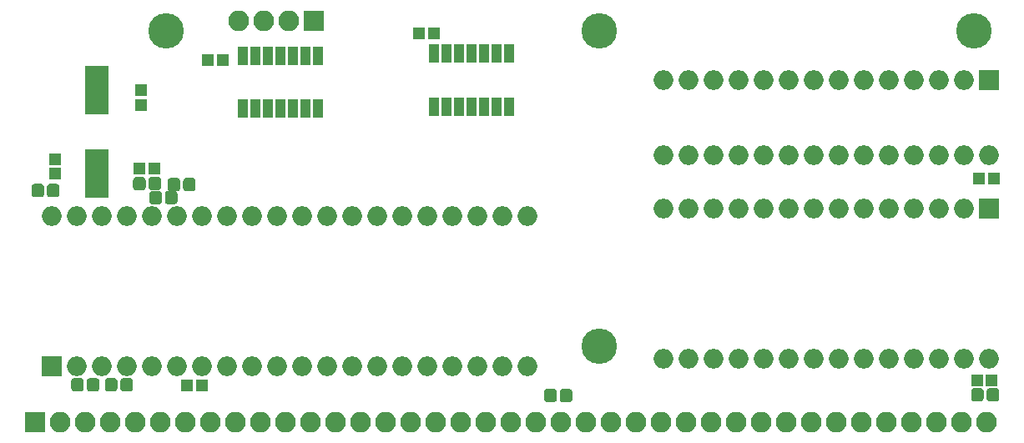
<source format=gbr>
G04 #@! TF.GenerationSoftware,KiCad,Pcbnew,(5.0.0)*
G04 #@! TF.CreationDate,2020-08-03T17:04:06+01:00*
G04 #@! TF.ProjectId,basic-mc6800,62617369632D6D63363830302E6B6963,rev?*
G04 #@! TF.SameCoordinates,Original*
G04 #@! TF.FileFunction,Soldermask,Top*
G04 #@! TF.FilePolarity,Negative*
%FSLAX46Y46*%
G04 Gerber Fmt 4.6, Leading zero omitted, Abs format (unit mm)*
G04 Created by KiCad (PCBNEW (5.0.0)) date 08/03/20 17:04:06*
%MOMM*%
%LPD*%
G01*
G04 APERTURE LIST*
%ADD10O,2.000000X2.000000*%
%ADD11R,2.000000X2.000000*%
%ADD12R,2.100000X2.100000*%
%ADD13O,2.100000X2.100000*%
%ADD14C,0.100000*%
%ADD15C,1.275000*%
%ADD16C,3.600000*%
%ADD17R,2.400000X4.900000*%
%ADD18R,1.200000X1.150000*%
%ADD19R,1.000000X1.900000*%
%ADD20R,1.150000X1.200000*%
G04 APERTURE END LIST*
D10*
G04 #@! TO.C,U4*
X196540000Y-93240000D03*
X163520000Y-78000000D03*
X194000000Y-93240000D03*
X166060000Y-78000000D03*
X191460000Y-93240000D03*
X168600000Y-78000000D03*
X188920000Y-93240000D03*
X171140000Y-78000000D03*
X186380000Y-93240000D03*
X173680000Y-78000000D03*
X183840000Y-93240000D03*
X176220000Y-78000000D03*
X181300000Y-93240000D03*
X178760000Y-78000000D03*
X178760000Y-93240000D03*
X181300000Y-78000000D03*
X176220000Y-93240000D03*
X183840000Y-78000000D03*
X173680000Y-93240000D03*
X186380000Y-78000000D03*
X171140000Y-93240000D03*
X188920000Y-78000000D03*
X168600000Y-93240000D03*
X191460000Y-78000000D03*
X166060000Y-93240000D03*
X194000000Y-78000000D03*
X163520000Y-93240000D03*
D11*
X196540000Y-78000000D03*
G04 #@! TD*
D12*
G04 #@! TO.C,J1*
X99700000Y-99700000D03*
D13*
X102240000Y-99700000D03*
X104780000Y-99700000D03*
X107320000Y-99700000D03*
X109860000Y-99700000D03*
X112400000Y-99700000D03*
X114940000Y-99700000D03*
X117480000Y-99700000D03*
X120020000Y-99700000D03*
X122560000Y-99700000D03*
X125100000Y-99700000D03*
X127640000Y-99700000D03*
X130180000Y-99700000D03*
X132720000Y-99700000D03*
X135260000Y-99700000D03*
X137800000Y-99700000D03*
X140340000Y-99700000D03*
X142880000Y-99700000D03*
X145420000Y-99700000D03*
X147960000Y-99700000D03*
X150500000Y-99700000D03*
X153040000Y-99700000D03*
X155580000Y-99700000D03*
X158120000Y-99700000D03*
X160660000Y-99700000D03*
X163200000Y-99700000D03*
X165740000Y-99700000D03*
X168280000Y-99700000D03*
X170820000Y-99700000D03*
X173360000Y-99700000D03*
X175900000Y-99700000D03*
X178440000Y-99700000D03*
X180980000Y-99700000D03*
X183520000Y-99700000D03*
X186060000Y-99700000D03*
X188600000Y-99700000D03*
X191140000Y-99700000D03*
X193680000Y-99700000D03*
X196220000Y-99700000D03*
G04 #@! TD*
D12*
G04 #@! TO.C,J2*
X128000000Y-59000000D03*
D13*
X125460000Y-59000000D03*
X122920000Y-59000000D03*
X120380000Y-59000000D03*
G04 #@! TD*
D14*
G04 #@! TO.C,R5*
G36*
X115742293Y-74916935D02*
X115773235Y-74921525D01*
X115803578Y-74929125D01*
X115833030Y-74939663D01*
X115861308Y-74953038D01*
X115888138Y-74969119D01*
X115913263Y-74987753D01*
X115936440Y-75008760D01*
X115957447Y-75031937D01*
X115976081Y-75057062D01*
X115992162Y-75083892D01*
X116005537Y-75112170D01*
X116016075Y-75141622D01*
X116023675Y-75171965D01*
X116028265Y-75202907D01*
X116029800Y-75234150D01*
X116029800Y-75946650D01*
X116028265Y-75977893D01*
X116023675Y-76008835D01*
X116016075Y-76039178D01*
X116005537Y-76068630D01*
X115992162Y-76096908D01*
X115976081Y-76123738D01*
X115957447Y-76148863D01*
X115936440Y-76172040D01*
X115913263Y-76193047D01*
X115888138Y-76211681D01*
X115861308Y-76227762D01*
X115833030Y-76241137D01*
X115803578Y-76251675D01*
X115773235Y-76259275D01*
X115742293Y-76263865D01*
X115711050Y-76265400D01*
X115073550Y-76265400D01*
X115042307Y-76263865D01*
X115011365Y-76259275D01*
X114981022Y-76251675D01*
X114951570Y-76241137D01*
X114923292Y-76227762D01*
X114896462Y-76211681D01*
X114871337Y-76193047D01*
X114848160Y-76172040D01*
X114827153Y-76148863D01*
X114808519Y-76123738D01*
X114792438Y-76096908D01*
X114779063Y-76068630D01*
X114768525Y-76039178D01*
X114760925Y-76008835D01*
X114756335Y-75977893D01*
X114754800Y-75946650D01*
X114754800Y-75234150D01*
X114756335Y-75202907D01*
X114760925Y-75171965D01*
X114768525Y-75141622D01*
X114779063Y-75112170D01*
X114792438Y-75083892D01*
X114808519Y-75057062D01*
X114827153Y-75031937D01*
X114848160Y-75008760D01*
X114871337Y-74987753D01*
X114896462Y-74969119D01*
X114923292Y-74953038D01*
X114951570Y-74939663D01*
X114981022Y-74929125D01*
X115011365Y-74921525D01*
X115042307Y-74916935D01*
X115073550Y-74915400D01*
X115711050Y-74915400D01*
X115742293Y-74916935D01*
X115742293Y-74916935D01*
G37*
D15*
X115392300Y-75590400D03*
D14*
G36*
X114167293Y-74916935D02*
X114198235Y-74921525D01*
X114228578Y-74929125D01*
X114258030Y-74939663D01*
X114286308Y-74953038D01*
X114313138Y-74969119D01*
X114338263Y-74987753D01*
X114361440Y-75008760D01*
X114382447Y-75031937D01*
X114401081Y-75057062D01*
X114417162Y-75083892D01*
X114430537Y-75112170D01*
X114441075Y-75141622D01*
X114448675Y-75171965D01*
X114453265Y-75202907D01*
X114454800Y-75234150D01*
X114454800Y-75946650D01*
X114453265Y-75977893D01*
X114448675Y-76008835D01*
X114441075Y-76039178D01*
X114430537Y-76068630D01*
X114417162Y-76096908D01*
X114401081Y-76123738D01*
X114382447Y-76148863D01*
X114361440Y-76172040D01*
X114338263Y-76193047D01*
X114313138Y-76211681D01*
X114286308Y-76227762D01*
X114258030Y-76241137D01*
X114228578Y-76251675D01*
X114198235Y-76259275D01*
X114167293Y-76263865D01*
X114136050Y-76265400D01*
X113498550Y-76265400D01*
X113467307Y-76263865D01*
X113436365Y-76259275D01*
X113406022Y-76251675D01*
X113376570Y-76241137D01*
X113348292Y-76227762D01*
X113321462Y-76211681D01*
X113296337Y-76193047D01*
X113273160Y-76172040D01*
X113252153Y-76148863D01*
X113233519Y-76123738D01*
X113217438Y-76096908D01*
X113204063Y-76068630D01*
X113193525Y-76039178D01*
X113185925Y-76008835D01*
X113181335Y-75977893D01*
X113179800Y-75946650D01*
X113179800Y-75234150D01*
X113181335Y-75202907D01*
X113185925Y-75171965D01*
X113193525Y-75141622D01*
X113204063Y-75112170D01*
X113217438Y-75083892D01*
X113233519Y-75057062D01*
X113252153Y-75031937D01*
X113273160Y-75008760D01*
X113296337Y-74987753D01*
X113321462Y-74969119D01*
X113348292Y-74953038D01*
X113376570Y-74939663D01*
X113406022Y-74929125D01*
X113436365Y-74921525D01*
X113467307Y-74916935D01*
X113498550Y-74915400D01*
X114136050Y-74915400D01*
X114167293Y-74916935D01*
X114167293Y-74916935D01*
G37*
D15*
X113817300Y-75590400D03*
G04 #@! TD*
D14*
G04 #@! TO.C,R8*
G36*
X197250793Y-96252935D02*
X197281735Y-96257525D01*
X197312078Y-96265125D01*
X197341530Y-96275663D01*
X197369808Y-96289038D01*
X197396638Y-96305119D01*
X197421763Y-96323753D01*
X197444940Y-96344760D01*
X197465947Y-96367937D01*
X197484581Y-96393062D01*
X197500662Y-96419892D01*
X197514037Y-96448170D01*
X197524575Y-96477622D01*
X197532175Y-96507965D01*
X197536765Y-96538907D01*
X197538300Y-96570150D01*
X197538300Y-97282650D01*
X197536765Y-97313893D01*
X197532175Y-97344835D01*
X197524575Y-97375178D01*
X197514037Y-97404630D01*
X197500662Y-97432908D01*
X197484581Y-97459738D01*
X197465947Y-97484863D01*
X197444940Y-97508040D01*
X197421763Y-97529047D01*
X197396638Y-97547681D01*
X197369808Y-97563762D01*
X197341530Y-97577137D01*
X197312078Y-97587675D01*
X197281735Y-97595275D01*
X197250793Y-97599865D01*
X197219550Y-97601400D01*
X196582050Y-97601400D01*
X196550807Y-97599865D01*
X196519865Y-97595275D01*
X196489522Y-97587675D01*
X196460070Y-97577137D01*
X196431792Y-97563762D01*
X196404962Y-97547681D01*
X196379837Y-97529047D01*
X196356660Y-97508040D01*
X196335653Y-97484863D01*
X196317019Y-97459738D01*
X196300938Y-97432908D01*
X196287563Y-97404630D01*
X196277025Y-97375178D01*
X196269425Y-97344835D01*
X196264835Y-97313893D01*
X196263300Y-97282650D01*
X196263300Y-96570150D01*
X196264835Y-96538907D01*
X196269425Y-96507965D01*
X196277025Y-96477622D01*
X196287563Y-96448170D01*
X196300938Y-96419892D01*
X196317019Y-96393062D01*
X196335653Y-96367937D01*
X196356660Y-96344760D01*
X196379837Y-96323753D01*
X196404962Y-96305119D01*
X196431792Y-96289038D01*
X196460070Y-96275663D01*
X196489522Y-96265125D01*
X196519865Y-96257525D01*
X196550807Y-96252935D01*
X196582050Y-96251400D01*
X197219550Y-96251400D01*
X197250793Y-96252935D01*
X197250793Y-96252935D01*
G37*
D15*
X196900800Y-96926400D03*
D14*
G36*
X195675793Y-96252935D02*
X195706735Y-96257525D01*
X195737078Y-96265125D01*
X195766530Y-96275663D01*
X195794808Y-96289038D01*
X195821638Y-96305119D01*
X195846763Y-96323753D01*
X195869940Y-96344760D01*
X195890947Y-96367937D01*
X195909581Y-96393062D01*
X195925662Y-96419892D01*
X195939037Y-96448170D01*
X195949575Y-96477622D01*
X195957175Y-96507965D01*
X195961765Y-96538907D01*
X195963300Y-96570150D01*
X195963300Y-97282650D01*
X195961765Y-97313893D01*
X195957175Y-97344835D01*
X195949575Y-97375178D01*
X195939037Y-97404630D01*
X195925662Y-97432908D01*
X195909581Y-97459738D01*
X195890947Y-97484863D01*
X195869940Y-97508040D01*
X195846763Y-97529047D01*
X195821638Y-97547681D01*
X195794808Y-97563762D01*
X195766530Y-97577137D01*
X195737078Y-97587675D01*
X195706735Y-97595275D01*
X195675793Y-97599865D01*
X195644550Y-97601400D01*
X195007050Y-97601400D01*
X194975807Y-97599865D01*
X194944865Y-97595275D01*
X194914522Y-97587675D01*
X194885070Y-97577137D01*
X194856792Y-97563762D01*
X194829962Y-97547681D01*
X194804837Y-97529047D01*
X194781660Y-97508040D01*
X194760653Y-97484863D01*
X194742019Y-97459738D01*
X194725938Y-97432908D01*
X194712563Y-97404630D01*
X194702025Y-97375178D01*
X194694425Y-97344835D01*
X194689835Y-97313893D01*
X194688300Y-97282650D01*
X194688300Y-96570150D01*
X194689835Y-96538907D01*
X194694425Y-96507965D01*
X194702025Y-96477622D01*
X194712563Y-96448170D01*
X194725938Y-96419892D01*
X194742019Y-96393062D01*
X194760653Y-96367937D01*
X194781660Y-96344760D01*
X194804837Y-96323753D01*
X194829962Y-96305119D01*
X194856792Y-96289038D01*
X194885070Y-96275663D01*
X194914522Y-96265125D01*
X194944865Y-96257525D01*
X194975807Y-96252935D01*
X195007050Y-96251400D01*
X195644550Y-96251400D01*
X195675793Y-96252935D01*
X195675793Y-96252935D01*
G37*
D15*
X195325800Y-96926400D03*
G04 #@! TD*
D14*
G04 #@! TO.C,R7*
G36*
X112313193Y-76237735D02*
X112344135Y-76242325D01*
X112374478Y-76249925D01*
X112403930Y-76260463D01*
X112432208Y-76273838D01*
X112459038Y-76289919D01*
X112484163Y-76308553D01*
X112507340Y-76329560D01*
X112528347Y-76352737D01*
X112546981Y-76377862D01*
X112563062Y-76404692D01*
X112576437Y-76432970D01*
X112586975Y-76462422D01*
X112594575Y-76492765D01*
X112599165Y-76523707D01*
X112600700Y-76554950D01*
X112600700Y-77267450D01*
X112599165Y-77298693D01*
X112594575Y-77329635D01*
X112586975Y-77359978D01*
X112576437Y-77389430D01*
X112563062Y-77417708D01*
X112546981Y-77444538D01*
X112528347Y-77469663D01*
X112507340Y-77492840D01*
X112484163Y-77513847D01*
X112459038Y-77532481D01*
X112432208Y-77548562D01*
X112403930Y-77561937D01*
X112374478Y-77572475D01*
X112344135Y-77580075D01*
X112313193Y-77584665D01*
X112281950Y-77586200D01*
X111644450Y-77586200D01*
X111613207Y-77584665D01*
X111582265Y-77580075D01*
X111551922Y-77572475D01*
X111522470Y-77561937D01*
X111494192Y-77548562D01*
X111467362Y-77532481D01*
X111442237Y-77513847D01*
X111419060Y-77492840D01*
X111398053Y-77469663D01*
X111379419Y-77444538D01*
X111363338Y-77417708D01*
X111349963Y-77389430D01*
X111339425Y-77359978D01*
X111331825Y-77329635D01*
X111327235Y-77298693D01*
X111325700Y-77267450D01*
X111325700Y-76554950D01*
X111327235Y-76523707D01*
X111331825Y-76492765D01*
X111339425Y-76462422D01*
X111349963Y-76432970D01*
X111363338Y-76404692D01*
X111379419Y-76377862D01*
X111398053Y-76352737D01*
X111419060Y-76329560D01*
X111442237Y-76308553D01*
X111467362Y-76289919D01*
X111494192Y-76273838D01*
X111522470Y-76260463D01*
X111551922Y-76249925D01*
X111582265Y-76242325D01*
X111613207Y-76237735D01*
X111644450Y-76236200D01*
X112281950Y-76236200D01*
X112313193Y-76237735D01*
X112313193Y-76237735D01*
G37*
D15*
X111963200Y-76911200D03*
D14*
G36*
X113888193Y-76237735D02*
X113919135Y-76242325D01*
X113949478Y-76249925D01*
X113978930Y-76260463D01*
X114007208Y-76273838D01*
X114034038Y-76289919D01*
X114059163Y-76308553D01*
X114082340Y-76329560D01*
X114103347Y-76352737D01*
X114121981Y-76377862D01*
X114138062Y-76404692D01*
X114151437Y-76432970D01*
X114161975Y-76462422D01*
X114169575Y-76492765D01*
X114174165Y-76523707D01*
X114175700Y-76554950D01*
X114175700Y-77267450D01*
X114174165Y-77298693D01*
X114169575Y-77329635D01*
X114161975Y-77359978D01*
X114151437Y-77389430D01*
X114138062Y-77417708D01*
X114121981Y-77444538D01*
X114103347Y-77469663D01*
X114082340Y-77492840D01*
X114059163Y-77513847D01*
X114034038Y-77532481D01*
X114007208Y-77548562D01*
X113978930Y-77561937D01*
X113949478Y-77572475D01*
X113919135Y-77580075D01*
X113888193Y-77584665D01*
X113856950Y-77586200D01*
X113219450Y-77586200D01*
X113188207Y-77584665D01*
X113157265Y-77580075D01*
X113126922Y-77572475D01*
X113097470Y-77561937D01*
X113069192Y-77548562D01*
X113042362Y-77532481D01*
X113017237Y-77513847D01*
X112994060Y-77492840D01*
X112973053Y-77469663D01*
X112954419Y-77444538D01*
X112938338Y-77417708D01*
X112924963Y-77389430D01*
X112914425Y-77359978D01*
X112906825Y-77329635D01*
X112902235Y-77298693D01*
X112900700Y-77267450D01*
X112900700Y-76554950D01*
X112902235Y-76523707D01*
X112906825Y-76492765D01*
X112914425Y-76462422D01*
X112924963Y-76432970D01*
X112938338Y-76404692D01*
X112954419Y-76377862D01*
X112973053Y-76352737D01*
X112994060Y-76329560D01*
X113017237Y-76308553D01*
X113042362Y-76289919D01*
X113069192Y-76273838D01*
X113097470Y-76260463D01*
X113126922Y-76249925D01*
X113157265Y-76242325D01*
X113188207Y-76237735D01*
X113219450Y-76236200D01*
X113856950Y-76236200D01*
X113888193Y-76237735D01*
X113888193Y-76237735D01*
G37*
D15*
X113538200Y-76911200D03*
G04 #@! TD*
D14*
G04 #@! TO.C,R6*
G36*
X100362493Y-75526535D02*
X100393435Y-75531125D01*
X100423778Y-75538725D01*
X100453230Y-75549263D01*
X100481508Y-75562638D01*
X100508338Y-75578719D01*
X100533463Y-75597353D01*
X100556640Y-75618360D01*
X100577647Y-75641537D01*
X100596281Y-75666662D01*
X100612362Y-75693492D01*
X100625737Y-75721770D01*
X100636275Y-75751222D01*
X100643875Y-75781565D01*
X100648465Y-75812507D01*
X100650000Y-75843750D01*
X100650000Y-76556250D01*
X100648465Y-76587493D01*
X100643875Y-76618435D01*
X100636275Y-76648778D01*
X100625737Y-76678230D01*
X100612362Y-76706508D01*
X100596281Y-76733338D01*
X100577647Y-76758463D01*
X100556640Y-76781640D01*
X100533463Y-76802647D01*
X100508338Y-76821281D01*
X100481508Y-76837362D01*
X100453230Y-76850737D01*
X100423778Y-76861275D01*
X100393435Y-76868875D01*
X100362493Y-76873465D01*
X100331250Y-76875000D01*
X99693750Y-76875000D01*
X99662507Y-76873465D01*
X99631565Y-76868875D01*
X99601222Y-76861275D01*
X99571770Y-76850737D01*
X99543492Y-76837362D01*
X99516662Y-76821281D01*
X99491537Y-76802647D01*
X99468360Y-76781640D01*
X99447353Y-76758463D01*
X99428719Y-76733338D01*
X99412638Y-76706508D01*
X99399263Y-76678230D01*
X99388725Y-76648778D01*
X99381125Y-76618435D01*
X99376535Y-76587493D01*
X99375000Y-76556250D01*
X99375000Y-75843750D01*
X99376535Y-75812507D01*
X99381125Y-75781565D01*
X99388725Y-75751222D01*
X99399263Y-75721770D01*
X99412638Y-75693492D01*
X99428719Y-75666662D01*
X99447353Y-75641537D01*
X99468360Y-75618360D01*
X99491537Y-75597353D01*
X99516662Y-75578719D01*
X99543492Y-75562638D01*
X99571770Y-75549263D01*
X99601222Y-75538725D01*
X99631565Y-75531125D01*
X99662507Y-75526535D01*
X99693750Y-75525000D01*
X100331250Y-75525000D01*
X100362493Y-75526535D01*
X100362493Y-75526535D01*
G37*
D15*
X100012500Y-76200000D03*
D14*
G36*
X101937493Y-75526535D02*
X101968435Y-75531125D01*
X101998778Y-75538725D01*
X102028230Y-75549263D01*
X102056508Y-75562638D01*
X102083338Y-75578719D01*
X102108463Y-75597353D01*
X102131640Y-75618360D01*
X102152647Y-75641537D01*
X102171281Y-75666662D01*
X102187362Y-75693492D01*
X102200737Y-75721770D01*
X102211275Y-75751222D01*
X102218875Y-75781565D01*
X102223465Y-75812507D01*
X102225000Y-75843750D01*
X102225000Y-76556250D01*
X102223465Y-76587493D01*
X102218875Y-76618435D01*
X102211275Y-76648778D01*
X102200737Y-76678230D01*
X102187362Y-76706508D01*
X102171281Y-76733338D01*
X102152647Y-76758463D01*
X102131640Y-76781640D01*
X102108463Y-76802647D01*
X102083338Y-76821281D01*
X102056508Y-76837362D01*
X102028230Y-76850737D01*
X101998778Y-76861275D01*
X101968435Y-76868875D01*
X101937493Y-76873465D01*
X101906250Y-76875000D01*
X101268750Y-76875000D01*
X101237507Y-76873465D01*
X101206565Y-76868875D01*
X101176222Y-76861275D01*
X101146770Y-76850737D01*
X101118492Y-76837362D01*
X101091662Y-76821281D01*
X101066537Y-76802647D01*
X101043360Y-76781640D01*
X101022353Y-76758463D01*
X101003719Y-76733338D01*
X100987638Y-76706508D01*
X100974263Y-76678230D01*
X100963725Y-76648778D01*
X100956125Y-76618435D01*
X100951535Y-76587493D01*
X100950000Y-76556250D01*
X100950000Y-75843750D01*
X100951535Y-75812507D01*
X100956125Y-75781565D01*
X100963725Y-75751222D01*
X100974263Y-75721770D01*
X100987638Y-75693492D01*
X101003719Y-75666662D01*
X101022353Y-75641537D01*
X101043360Y-75618360D01*
X101066537Y-75597353D01*
X101091662Y-75578719D01*
X101118492Y-75562638D01*
X101146770Y-75549263D01*
X101176222Y-75538725D01*
X101206565Y-75531125D01*
X101237507Y-75526535D01*
X101268750Y-75525000D01*
X101906250Y-75525000D01*
X101937493Y-75526535D01*
X101937493Y-75526535D01*
G37*
D15*
X101587500Y-76200000D03*
G04 #@! TD*
D16*
G04 #@! TO.C,MH4*
X113000000Y-60000000D03*
G04 #@! TD*
G04 #@! TO.C,MH3*
X195000000Y-60000000D03*
G04 #@! TD*
G04 #@! TO.C,MH2*
X157000000Y-60000000D03*
G04 #@! TD*
G04 #@! TO.C,MH1*
X157000000Y-92000000D03*
G04 #@! TD*
D17*
G04 #@! TO.C,Y1*
X106000000Y-74500000D03*
X106000000Y-66000000D03*
G04 #@! TD*
D18*
G04 #@! TO.C,C8*
X138708000Y-60248800D03*
X140208000Y-60248800D03*
G04 #@! TD*
G04 #@! TO.C,C9*
X118750000Y-63000000D03*
X117250000Y-63000000D03*
G04 #@! TD*
D19*
G04 #@! TO.C,U1*
X140190000Y-67700000D03*
X141460000Y-67700000D03*
X142730000Y-67700000D03*
X144000000Y-67700000D03*
X145270000Y-67700000D03*
X146540000Y-67700000D03*
X147810000Y-67700000D03*
X147810000Y-62300000D03*
X146540000Y-62300000D03*
X145270000Y-62300000D03*
X144000000Y-62300000D03*
X142730000Y-62300000D03*
X141460000Y-62300000D03*
X140190000Y-62300000D03*
G04 #@! TD*
G04 #@! TO.C,U5*
X120790000Y-62500000D03*
X122060000Y-62500000D03*
X123330000Y-62500000D03*
X124600000Y-62500000D03*
X125870000Y-62500000D03*
X127140000Y-62500000D03*
X128410000Y-62500000D03*
X128410000Y-67900000D03*
X127140000Y-67900000D03*
X125870000Y-67900000D03*
X124600000Y-67900000D03*
X123330000Y-67900000D03*
X122060000Y-67900000D03*
X120790000Y-67900000D03*
G04 #@! TD*
D11*
G04 #@! TO.C,U2*
X101440000Y-94000000D03*
D10*
X149700000Y-78760000D03*
X103980000Y-94000000D03*
X147160000Y-78760000D03*
X106520000Y-94000000D03*
X144620000Y-78760000D03*
X109060000Y-94000000D03*
X142080000Y-78760000D03*
X111600000Y-94000000D03*
X139540000Y-78760000D03*
X114140000Y-94000000D03*
X137000000Y-78760000D03*
X116680000Y-94000000D03*
X134460000Y-78760000D03*
X119220000Y-94000000D03*
X131920000Y-78760000D03*
X121760000Y-94000000D03*
X129380000Y-78760000D03*
X124300000Y-94000000D03*
X126840000Y-78760000D03*
X126840000Y-94000000D03*
X124300000Y-78760000D03*
X129380000Y-94000000D03*
X121760000Y-78760000D03*
X131920000Y-94000000D03*
X119220000Y-78760000D03*
X134460000Y-94000000D03*
X116680000Y-78760000D03*
X137000000Y-94000000D03*
X114140000Y-78760000D03*
X139540000Y-94000000D03*
X111600000Y-78760000D03*
X142080000Y-94000000D03*
X109060000Y-78760000D03*
X144620000Y-94000000D03*
X106520000Y-78760000D03*
X147160000Y-94000000D03*
X103980000Y-78760000D03*
X149700000Y-94000000D03*
X101440000Y-78760000D03*
G04 #@! TD*
D20*
G04 #@! TO.C,C2*
X101800000Y-73000000D03*
X101800000Y-74500000D03*
G04 #@! TD*
G04 #@! TO.C,C3*
X110500000Y-66000000D03*
X110500000Y-67500000D03*
G04 #@! TD*
D18*
G04 #@! TO.C,C5*
X115175600Y-96012000D03*
X116675600Y-96012000D03*
G04 #@! TD*
G04 #@! TO.C,C6*
X195500000Y-75000000D03*
X197000000Y-75000000D03*
G04 #@! TD*
G04 #@! TO.C,C7*
X196800000Y-95500000D03*
X195300000Y-95500000D03*
G04 #@! TD*
D14*
G04 #@! TO.C,R1*
G36*
X110662493Y-74826535D02*
X110693435Y-74831125D01*
X110723778Y-74838725D01*
X110753230Y-74849263D01*
X110781508Y-74862638D01*
X110808338Y-74878719D01*
X110833463Y-74897353D01*
X110856640Y-74918360D01*
X110877647Y-74941537D01*
X110896281Y-74966662D01*
X110912362Y-74993492D01*
X110925737Y-75021770D01*
X110936275Y-75051222D01*
X110943875Y-75081565D01*
X110948465Y-75112507D01*
X110950000Y-75143750D01*
X110950000Y-75856250D01*
X110948465Y-75887493D01*
X110943875Y-75918435D01*
X110936275Y-75948778D01*
X110925737Y-75978230D01*
X110912362Y-76006508D01*
X110896281Y-76033338D01*
X110877647Y-76058463D01*
X110856640Y-76081640D01*
X110833463Y-76102647D01*
X110808338Y-76121281D01*
X110781508Y-76137362D01*
X110753230Y-76150737D01*
X110723778Y-76161275D01*
X110693435Y-76168875D01*
X110662493Y-76173465D01*
X110631250Y-76175000D01*
X109993750Y-76175000D01*
X109962507Y-76173465D01*
X109931565Y-76168875D01*
X109901222Y-76161275D01*
X109871770Y-76150737D01*
X109843492Y-76137362D01*
X109816662Y-76121281D01*
X109791537Y-76102647D01*
X109768360Y-76081640D01*
X109747353Y-76058463D01*
X109728719Y-76033338D01*
X109712638Y-76006508D01*
X109699263Y-75978230D01*
X109688725Y-75948778D01*
X109681125Y-75918435D01*
X109676535Y-75887493D01*
X109675000Y-75856250D01*
X109675000Y-75143750D01*
X109676535Y-75112507D01*
X109681125Y-75081565D01*
X109688725Y-75051222D01*
X109699263Y-75021770D01*
X109712638Y-74993492D01*
X109728719Y-74966662D01*
X109747353Y-74941537D01*
X109768360Y-74918360D01*
X109791537Y-74897353D01*
X109816662Y-74878719D01*
X109843492Y-74862638D01*
X109871770Y-74849263D01*
X109901222Y-74838725D01*
X109931565Y-74831125D01*
X109962507Y-74826535D01*
X109993750Y-74825000D01*
X110631250Y-74825000D01*
X110662493Y-74826535D01*
X110662493Y-74826535D01*
G37*
D15*
X110312500Y-75500000D03*
D14*
G36*
X112237493Y-74826535D02*
X112268435Y-74831125D01*
X112298778Y-74838725D01*
X112328230Y-74849263D01*
X112356508Y-74862638D01*
X112383338Y-74878719D01*
X112408463Y-74897353D01*
X112431640Y-74918360D01*
X112452647Y-74941537D01*
X112471281Y-74966662D01*
X112487362Y-74993492D01*
X112500737Y-75021770D01*
X112511275Y-75051222D01*
X112518875Y-75081565D01*
X112523465Y-75112507D01*
X112525000Y-75143750D01*
X112525000Y-75856250D01*
X112523465Y-75887493D01*
X112518875Y-75918435D01*
X112511275Y-75948778D01*
X112500737Y-75978230D01*
X112487362Y-76006508D01*
X112471281Y-76033338D01*
X112452647Y-76058463D01*
X112431640Y-76081640D01*
X112408463Y-76102647D01*
X112383338Y-76121281D01*
X112356508Y-76137362D01*
X112328230Y-76150737D01*
X112298778Y-76161275D01*
X112268435Y-76168875D01*
X112237493Y-76173465D01*
X112206250Y-76175000D01*
X111568750Y-76175000D01*
X111537507Y-76173465D01*
X111506565Y-76168875D01*
X111476222Y-76161275D01*
X111446770Y-76150737D01*
X111418492Y-76137362D01*
X111391662Y-76121281D01*
X111366537Y-76102647D01*
X111343360Y-76081640D01*
X111322353Y-76058463D01*
X111303719Y-76033338D01*
X111287638Y-76006508D01*
X111274263Y-75978230D01*
X111263725Y-75948778D01*
X111256125Y-75918435D01*
X111251535Y-75887493D01*
X111250000Y-75856250D01*
X111250000Y-75143750D01*
X111251535Y-75112507D01*
X111256125Y-75081565D01*
X111263725Y-75051222D01*
X111274263Y-75021770D01*
X111287638Y-74993492D01*
X111303719Y-74966662D01*
X111322353Y-74941537D01*
X111343360Y-74918360D01*
X111366537Y-74897353D01*
X111391662Y-74878719D01*
X111418492Y-74862638D01*
X111446770Y-74849263D01*
X111476222Y-74838725D01*
X111506565Y-74831125D01*
X111537507Y-74826535D01*
X111568750Y-74825000D01*
X112206250Y-74825000D01*
X112237493Y-74826535D01*
X112237493Y-74826535D01*
G37*
D15*
X111887500Y-75500000D03*
G04 #@! TD*
D14*
G04 #@! TO.C,R2*
G36*
X152374993Y-96326535D02*
X152405935Y-96331125D01*
X152436278Y-96338725D01*
X152465730Y-96349263D01*
X152494008Y-96362638D01*
X152520838Y-96378719D01*
X152545963Y-96397353D01*
X152569140Y-96418360D01*
X152590147Y-96441537D01*
X152608781Y-96466662D01*
X152624862Y-96493492D01*
X152638237Y-96521770D01*
X152648775Y-96551222D01*
X152656375Y-96581565D01*
X152660965Y-96612507D01*
X152662500Y-96643750D01*
X152662500Y-97356250D01*
X152660965Y-97387493D01*
X152656375Y-97418435D01*
X152648775Y-97448778D01*
X152638237Y-97478230D01*
X152624862Y-97506508D01*
X152608781Y-97533338D01*
X152590147Y-97558463D01*
X152569140Y-97581640D01*
X152545963Y-97602647D01*
X152520838Y-97621281D01*
X152494008Y-97637362D01*
X152465730Y-97650737D01*
X152436278Y-97661275D01*
X152405935Y-97668875D01*
X152374993Y-97673465D01*
X152343750Y-97675000D01*
X151706250Y-97675000D01*
X151675007Y-97673465D01*
X151644065Y-97668875D01*
X151613722Y-97661275D01*
X151584270Y-97650737D01*
X151555992Y-97637362D01*
X151529162Y-97621281D01*
X151504037Y-97602647D01*
X151480860Y-97581640D01*
X151459853Y-97558463D01*
X151441219Y-97533338D01*
X151425138Y-97506508D01*
X151411763Y-97478230D01*
X151401225Y-97448778D01*
X151393625Y-97418435D01*
X151389035Y-97387493D01*
X151387500Y-97356250D01*
X151387500Y-96643750D01*
X151389035Y-96612507D01*
X151393625Y-96581565D01*
X151401225Y-96551222D01*
X151411763Y-96521770D01*
X151425138Y-96493492D01*
X151441219Y-96466662D01*
X151459853Y-96441537D01*
X151480860Y-96418360D01*
X151504037Y-96397353D01*
X151529162Y-96378719D01*
X151555992Y-96362638D01*
X151584270Y-96349263D01*
X151613722Y-96338725D01*
X151644065Y-96331125D01*
X151675007Y-96326535D01*
X151706250Y-96325000D01*
X152343750Y-96325000D01*
X152374993Y-96326535D01*
X152374993Y-96326535D01*
G37*
D15*
X152025000Y-97000000D03*
D14*
G36*
X153949993Y-96326535D02*
X153980935Y-96331125D01*
X154011278Y-96338725D01*
X154040730Y-96349263D01*
X154069008Y-96362638D01*
X154095838Y-96378719D01*
X154120963Y-96397353D01*
X154144140Y-96418360D01*
X154165147Y-96441537D01*
X154183781Y-96466662D01*
X154199862Y-96493492D01*
X154213237Y-96521770D01*
X154223775Y-96551222D01*
X154231375Y-96581565D01*
X154235965Y-96612507D01*
X154237500Y-96643750D01*
X154237500Y-97356250D01*
X154235965Y-97387493D01*
X154231375Y-97418435D01*
X154223775Y-97448778D01*
X154213237Y-97478230D01*
X154199862Y-97506508D01*
X154183781Y-97533338D01*
X154165147Y-97558463D01*
X154144140Y-97581640D01*
X154120963Y-97602647D01*
X154095838Y-97621281D01*
X154069008Y-97637362D01*
X154040730Y-97650737D01*
X154011278Y-97661275D01*
X153980935Y-97668875D01*
X153949993Y-97673465D01*
X153918750Y-97675000D01*
X153281250Y-97675000D01*
X153250007Y-97673465D01*
X153219065Y-97668875D01*
X153188722Y-97661275D01*
X153159270Y-97650737D01*
X153130992Y-97637362D01*
X153104162Y-97621281D01*
X153079037Y-97602647D01*
X153055860Y-97581640D01*
X153034853Y-97558463D01*
X153016219Y-97533338D01*
X153000138Y-97506508D01*
X152986763Y-97478230D01*
X152976225Y-97448778D01*
X152968625Y-97418435D01*
X152964035Y-97387493D01*
X152962500Y-97356250D01*
X152962500Y-96643750D01*
X152964035Y-96612507D01*
X152968625Y-96581565D01*
X152976225Y-96551222D01*
X152986763Y-96521770D01*
X153000138Y-96493492D01*
X153016219Y-96466662D01*
X153034853Y-96441537D01*
X153055860Y-96418360D01*
X153079037Y-96397353D01*
X153104162Y-96378719D01*
X153130992Y-96362638D01*
X153159270Y-96349263D01*
X153188722Y-96338725D01*
X153219065Y-96331125D01*
X153250007Y-96326535D01*
X153281250Y-96325000D01*
X153918750Y-96325000D01*
X153949993Y-96326535D01*
X153949993Y-96326535D01*
G37*
D15*
X153600000Y-97000000D03*
G04 #@! TD*
D14*
G04 #@! TO.C,R3*
G36*
X105963393Y-95236935D02*
X105994335Y-95241525D01*
X106024678Y-95249125D01*
X106054130Y-95259663D01*
X106082408Y-95273038D01*
X106109238Y-95289119D01*
X106134363Y-95307753D01*
X106157540Y-95328760D01*
X106178547Y-95351937D01*
X106197181Y-95377062D01*
X106213262Y-95403892D01*
X106226637Y-95432170D01*
X106237175Y-95461622D01*
X106244775Y-95491965D01*
X106249365Y-95522907D01*
X106250900Y-95554150D01*
X106250900Y-96266650D01*
X106249365Y-96297893D01*
X106244775Y-96328835D01*
X106237175Y-96359178D01*
X106226637Y-96388630D01*
X106213262Y-96416908D01*
X106197181Y-96443738D01*
X106178547Y-96468863D01*
X106157540Y-96492040D01*
X106134363Y-96513047D01*
X106109238Y-96531681D01*
X106082408Y-96547762D01*
X106054130Y-96561137D01*
X106024678Y-96571675D01*
X105994335Y-96579275D01*
X105963393Y-96583865D01*
X105932150Y-96585400D01*
X105294650Y-96585400D01*
X105263407Y-96583865D01*
X105232465Y-96579275D01*
X105202122Y-96571675D01*
X105172670Y-96561137D01*
X105144392Y-96547762D01*
X105117562Y-96531681D01*
X105092437Y-96513047D01*
X105069260Y-96492040D01*
X105048253Y-96468863D01*
X105029619Y-96443738D01*
X105013538Y-96416908D01*
X105000163Y-96388630D01*
X104989625Y-96359178D01*
X104982025Y-96328835D01*
X104977435Y-96297893D01*
X104975900Y-96266650D01*
X104975900Y-95554150D01*
X104977435Y-95522907D01*
X104982025Y-95491965D01*
X104989625Y-95461622D01*
X105000163Y-95432170D01*
X105013538Y-95403892D01*
X105029619Y-95377062D01*
X105048253Y-95351937D01*
X105069260Y-95328760D01*
X105092437Y-95307753D01*
X105117562Y-95289119D01*
X105144392Y-95273038D01*
X105172670Y-95259663D01*
X105202122Y-95249125D01*
X105232465Y-95241525D01*
X105263407Y-95236935D01*
X105294650Y-95235400D01*
X105932150Y-95235400D01*
X105963393Y-95236935D01*
X105963393Y-95236935D01*
G37*
D15*
X105613400Y-95910400D03*
D14*
G36*
X104388393Y-95236935D02*
X104419335Y-95241525D01*
X104449678Y-95249125D01*
X104479130Y-95259663D01*
X104507408Y-95273038D01*
X104534238Y-95289119D01*
X104559363Y-95307753D01*
X104582540Y-95328760D01*
X104603547Y-95351937D01*
X104622181Y-95377062D01*
X104638262Y-95403892D01*
X104651637Y-95432170D01*
X104662175Y-95461622D01*
X104669775Y-95491965D01*
X104674365Y-95522907D01*
X104675900Y-95554150D01*
X104675900Y-96266650D01*
X104674365Y-96297893D01*
X104669775Y-96328835D01*
X104662175Y-96359178D01*
X104651637Y-96388630D01*
X104638262Y-96416908D01*
X104622181Y-96443738D01*
X104603547Y-96468863D01*
X104582540Y-96492040D01*
X104559363Y-96513047D01*
X104534238Y-96531681D01*
X104507408Y-96547762D01*
X104479130Y-96561137D01*
X104449678Y-96571675D01*
X104419335Y-96579275D01*
X104388393Y-96583865D01*
X104357150Y-96585400D01*
X103719650Y-96585400D01*
X103688407Y-96583865D01*
X103657465Y-96579275D01*
X103627122Y-96571675D01*
X103597670Y-96561137D01*
X103569392Y-96547762D01*
X103542562Y-96531681D01*
X103517437Y-96513047D01*
X103494260Y-96492040D01*
X103473253Y-96468863D01*
X103454619Y-96443738D01*
X103438538Y-96416908D01*
X103425163Y-96388630D01*
X103414625Y-96359178D01*
X103407025Y-96328835D01*
X103402435Y-96297893D01*
X103400900Y-96266650D01*
X103400900Y-95554150D01*
X103402435Y-95522907D01*
X103407025Y-95491965D01*
X103414625Y-95461622D01*
X103425163Y-95432170D01*
X103438538Y-95403892D01*
X103454619Y-95377062D01*
X103473253Y-95351937D01*
X103494260Y-95328760D01*
X103517437Y-95307753D01*
X103542562Y-95289119D01*
X103569392Y-95273038D01*
X103597670Y-95259663D01*
X103627122Y-95249125D01*
X103657465Y-95241525D01*
X103688407Y-95236935D01*
X103719650Y-95235400D01*
X104357150Y-95235400D01*
X104388393Y-95236935D01*
X104388393Y-95236935D01*
G37*
D15*
X104038400Y-95910400D03*
G04 #@! TD*
D14*
G04 #@! TO.C,R4*
G36*
X107791793Y-95236935D02*
X107822735Y-95241525D01*
X107853078Y-95249125D01*
X107882530Y-95259663D01*
X107910808Y-95273038D01*
X107937638Y-95289119D01*
X107962763Y-95307753D01*
X107985940Y-95328760D01*
X108006947Y-95351937D01*
X108025581Y-95377062D01*
X108041662Y-95403892D01*
X108055037Y-95432170D01*
X108065575Y-95461622D01*
X108073175Y-95491965D01*
X108077765Y-95522907D01*
X108079300Y-95554150D01*
X108079300Y-96266650D01*
X108077765Y-96297893D01*
X108073175Y-96328835D01*
X108065575Y-96359178D01*
X108055037Y-96388630D01*
X108041662Y-96416908D01*
X108025581Y-96443738D01*
X108006947Y-96468863D01*
X107985940Y-96492040D01*
X107962763Y-96513047D01*
X107937638Y-96531681D01*
X107910808Y-96547762D01*
X107882530Y-96561137D01*
X107853078Y-96571675D01*
X107822735Y-96579275D01*
X107791793Y-96583865D01*
X107760550Y-96585400D01*
X107123050Y-96585400D01*
X107091807Y-96583865D01*
X107060865Y-96579275D01*
X107030522Y-96571675D01*
X107001070Y-96561137D01*
X106972792Y-96547762D01*
X106945962Y-96531681D01*
X106920837Y-96513047D01*
X106897660Y-96492040D01*
X106876653Y-96468863D01*
X106858019Y-96443738D01*
X106841938Y-96416908D01*
X106828563Y-96388630D01*
X106818025Y-96359178D01*
X106810425Y-96328835D01*
X106805835Y-96297893D01*
X106804300Y-96266650D01*
X106804300Y-95554150D01*
X106805835Y-95522907D01*
X106810425Y-95491965D01*
X106818025Y-95461622D01*
X106828563Y-95432170D01*
X106841938Y-95403892D01*
X106858019Y-95377062D01*
X106876653Y-95351937D01*
X106897660Y-95328760D01*
X106920837Y-95307753D01*
X106945962Y-95289119D01*
X106972792Y-95273038D01*
X107001070Y-95259663D01*
X107030522Y-95249125D01*
X107060865Y-95241525D01*
X107091807Y-95236935D01*
X107123050Y-95235400D01*
X107760550Y-95235400D01*
X107791793Y-95236935D01*
X107791793Y-95236935D01*
G37*
D15*
X107441800Y-95910400D03*
D14*
G36*
X109366793Y-95236935D02*
X109397735Y-95241525D01*
X109428078Y-95249125D01*
X109457530Y-95259663D01*
X109485808Y-95273038D01*
X109512638Y-95289119D01*
X109537763Y-95307753D01*
X109560940Y-95328760D01*
X109581947Y-95351937D01*
X109600581Y-95377062D01*
X109616662Y-95403892D01*
X109630037Y-95432170D01*
X109640575Y-95461622D01*
X109648175Y-95491965D01*
X109652765Y-95522907D01*
X109654300Y-95554150D01*
X109654300Y-96266650D01*
X109652765Y-96297893D01*
X109648175Y-96328835D01*
X109640575Y-96359178D01*
X109630037Y-96388630D01*
X109616662Y-96416908D01*
X109600581Y-96443738D01*
X109581947Y-96468863D01*
X109560940Y-96492040D01*
X109537763Y-96513047D01*
X109512638Y-96531681D01*
X109485808Y-96547762D01*
X109457530Y-96561137D01*
X109428078Y-96571675D01*
X109397735Y-96579275D01*
X109366793Y-96583865D01*
X109335550Y-96585400D01*
X108698050Y-96585400D01*
X108666807Y-96583865D01*
X108635865Y-96579275D01*
X108605522Y-96571675D01*
X108576070Y-96561137D01*
X108547792Y-96547762D01*
X108520962Y-96531681D01*
X108495837Y-96513047D01*
X108472660Y-96492040D01*
X108451653Y-96468863D01*
X108433019Y-96443738D01*
X108416938Y-96416908D01*
X108403563Y-96388630D01*
X108393025Y-96359178D01*
X108385425Y-96328835D01*
X108380835Y-96297893D01*
X108379300Y-96266650D01*
X108379300Y-95554150D01*
X108380835Y-95522907D01*
X108385425Y-95491965D01*
X108393025Y-95461622D01*
X108403563Y-95432170D01*
X108416938Y-95403892D01*
X108433019Y-95377062D01*
X108451653Y-95351937D01*
X108472660Y-95328760D01*
X108495837Y-95307753D01*
X108520962Y-95289119D01*
X108547792Y-95273038D01*
X108576070Y-95259663D01*
X108605522Y-95249125D01*
X108635865Y-95241525D01*
X108666807Y-95236935D01*
X108698050Y-95235400D01*
X109335550Y-95235400D01*
X109366793Y-95236935D01*
X109366793Y-95236935D01*
G37*
D15*
X109016800Y-95910400D03*
G04 #@! TD*
D18*
G04 #@! TO.C,C1*
X111850000Y-74000000D03*
X110350000Y-74000000D03*
G04 #@! TD*
D10*
G04 #@! TO.C,U3*
X196540000Y-72620000D03*
X163520000Y-65000000D03*
X194000000Y-72620000D03*
X166060000Y-65000000D03*
X191460000Y-72620000D03*
X168600000Y-65000000D03*
X188920000Y-72620000D03*
X171140000Y-65000000D03*
X186380000Y-72620000D03*
X173680000Y-65000000D03*
X183840000Y-72620000D03*
X176220000Y-65000000D03*
X181300000Y-72620000D03*
X178760000Y-65000000D03*
X178760000Y-72620000D03*
X181300000Y-65000000D03*
X176220000Y-72620000D03*
X183840000Y-65000000D03*
X173680000Y-72620000D03*
X186380000Y-65000000D03*
X171140000Y-72620000D03*
X188920000Y-65000000D03*
X168600000Y-72620000D03*
X191460000Y-65000000D03*
X166060000Y-72620000D03*
X194000000Y-65000000D03*
X163520000Y-72620000D03*
D11*
X196540000Y-65000000D03*
G04 #@! TD*
M02*

</source>
